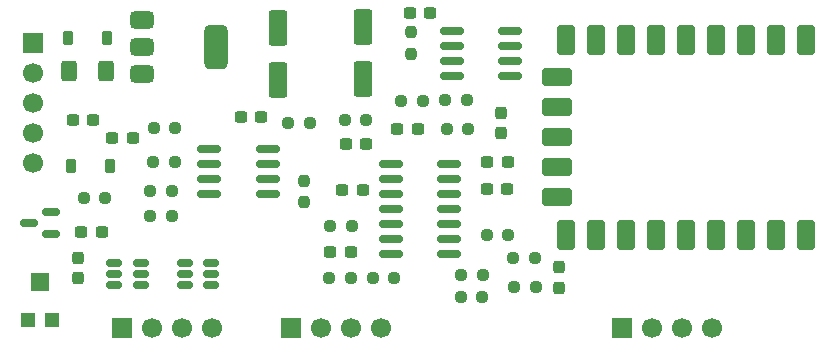
<source format=gts>
%TF.GenerationSoftware,KiCad,Pcbnew,9.0.6*%
%TF.CreationDate,2025-12-01T20:52:41-05:00*%
%TF.ProjectId,Pico 2HP,5069636f-2032-4485-902e-6b696361645f,rev?*%
%TF.SameCoordinates,Original*%
%TF.FileFunction,Soldermask,Top*%
%TF.FilePolarity,Negative*%
%FSLAX46Y46*%
G04 Gerber Fmt 4.6, Leading zero omitted, Abs format (unit mm)*
G04 Created by KiCad (PCBNEW 9.0.6) date 2025-12-01 20:52:41*
%MOMM*%
%LPD*%
G01*
G04 APERTURE LIST*
G04 Aperture macros list*
%AMRoundRect*
0 Rectangle with rounded corners*
0 $1 Rounding radius*
0 $2 $3 $4 $5 $6 $7 $8 $9 X,Y pos of 4 corners*
0 Add a 4 corners polygon primitive as box body*
4,1,4,$2,$3,$4,$5,$6,$7,$8,$9,$2,$3,0*
0 Add four circle primitives for the rounded corners*
1,1,$1+$1,$2,$3*
1,1,$1+$1,$4,$5*
1,1,$1+$1,$6,$7*
1,1,$1+$1,$8,$9*
0 Add four rect primitives between the rounded corners*
20,1,$1+$1,$2,$3,$4,$5,0*
20,1,$1+$1,$4,$5,$6,$7,0*
20,1,$1+$1,$6,$7,$8,$9,0*
20,1,$1+$1,$8,$9,$2,$3,0*%
G04 Aperture macros list end*
%ADD10RoundRect,0.150000X-0.825000X-0.150000X0.825000X-0.150000X0.825000X0.150000X-0.825000X0.150000X0*%
%ADD11RoundRect,0.237500X-0.250000X-0.237500X0.250000X-0.237500X0.250000X0.237500X-0.250000X0.237500X0*%
%ADD12R,1.700000X1.700000*%
%ADD13C,1.700000*%
%ADD14RoundRect,0.250000X-0.550000X1.250000X-0.550000X-1.250000X0.550000X-1.250000X0.550000X1.250000X0*%
%ADD15RoundRect,0.150000X0.825000X0.150000X-0.825000X0.150000X-0.825000X-0.150000X0.825000X-0.150000X0*%
%ADD16RoundRect,0.237500X0.250000X0.237500X-0.250000X0.237500X-0.250000X-0.237500X0.250000X-0.237500X0*%
%ADD17RoundRect,0.237500X-0.300000X-0.237500X0.300000X-0.237500X0.300000X0.237500X-0.300000X0.237500X0*%
%ADD18RoundRect,0.237500X0.237500X-0.300000X0.237500X0.300000X-0.237500X0.300000X-0.237500X-0.300000X0*%
%ADD19RoundRect,0.237500X0.300000X0.237500X-0.300000X0.237500X-0.300000X-0.237500X0.300000X-0.237500X0*%
%ADD20RoundRect,0.250000X-0.400000X-0.625000X0.400000X-0.625000X0.400000X0.625000X-0.400000X0.625000X0*%
%ADD21R,1.200000X1.200000*%
%ADD22R,1.600000X1.500000*%
%ADD23RoundRect,0.150000X0.587500X0.150000X-0.587500X0.150000X-0.587500X-0.150000X0.587500X-0.150000X0*%
%ADD24RoundRect,0.150000X0.512500X0.150000X-0.512500X0.150000X-0.512500X-0.150000X0.512500X-0.150000X0*%
%ADD25RoundRect,0.237500X-0.237500X0.300000X-0.237500X-0.300000X0.237500X-0.300000X0.237500X0.300000X0*%
%ADD26RoundRect,0.225000X0.225000X0.375000X-0.225000X0.375000X-0.225000X-0.375000X0.225000X-0.375000X0*%
%ADD27RoundRect,0.237500X-0.237500X0.250000X-0.237500X-0.250000X0.237500X-0.250000X0.237500X0.250000X0*%
%ADD28RoundRect,0.237500X0.237500X-0.250000X0.237500X0.250000X-0.237500X0.250000X-0.237500X-0.250000X0*%
%ADD29RoundRect,0.400000X-0.400000X0.900000X-0.400000X-0.900000X0.400000X-0.900000X0.400000X0.900000X0*%
%ADD30RoundRect,0.400050X-0.400050X0.899950X-0.400050X-0.899950X0.400050X-0.899950X0.400050X0.899950X0*%
%ADD31RoundRect,0.400000X-0.900000X0.400000X-0.900000X-0.400000X0.900000X-0.400000X0.900000X0.400000X0*%
%ADD32RoundRect,0.393700X-0.906300X0.393700X-0.906300X-0.393700X0.906300X-0.393700X0.906300X0.393700X0*%
%ADD33RoundRect,0.375000X-0.625000X-0.375000X0.625000X-0.375000X0.625000X0.375000X-0.625000X0.375000X0*%
%ADD34RoundRect,0.500000X-0.500000X-1.400000X0.500000X-1.400000X0.500000X1.400000X-0.500000X1.400000X0*%
%ADD35RoundRect,0.225000X-0.225000X-0.375000X0.225000X-0.375000X0.225000X0.375000X-0.225000X0.375000X0*%
G04 APERTURE END LIST*
D10*
%TO.C,U7*%
X92800000Y-63340000D03*
X92800000Y-64610000D03*
X92800000Y-65880000D03*
X92800000Y-67150000D03*
X97750000Y-67150000D03*
X97750000Y-65880000D03*
X97750000Y-64610000D03*
X97750000Y-63340000D03*
%TD*%
D11*
%TO.C,R2*%
X82150000Y-67500000D03*
X83975000Y-67500000D03*
%TD*%
%TO.C,R14*%
X118525000Y-72600000D03*
X120350000Y-72600000D03*
%TD*%
D12*
%TO.C,J2*%
X99750000Y-78475000D03*
D13*
X102290000Y-78475000D03*
X104830000Y-78475000D03*
X107370000Y-78475000D03*
%TD*%
D14*
%TO.C,C6*%
X105825000Y-53000000D03*
X105825000Y-57400000D03*
%TD*%
D15*
%TO.C,U6*%
X113100000Y-72195000D03*
X113100000Y-70925000D03*
X113100000Y-69655000D03*
X113100000Y-68385000D03*
X113100000Y-67115000D03*
X113100000Y-65845000D03*
X113100000Y-64575000D03*
X108150000Y-64575000D03*
X108150000Y-65845000D03*
X108150000Y-67115000D03*
X108150000Y-68385000D03*
X108150000Y-69655000D03*
X108150000Y-70925000D03*
X108150000Y-72195000D03*
%TD*%
D16*
%TO.C,R19*%
X108475000Y-74275000D03*
X106650000Y-74275000D03*
%TD*%
D17*
%TO.C,C15*%
X116300000Y-66725000D03*
X118025000Y-66725000D03*
%TD*%
D16*
%TO.C,R16*%
X118125000Y-70600000D03*
X116300000Y-70600000D03*
%TD*%
%TO.C,R21*%
X115900000Y-75900000D03*
X114075000Y-75900000D03*
%TD*%
D11*
%TO.C,R13*%
X112912500Y-61625000D03*
X114737500Y-61625000D03*
%TD*%
D18*
%TO.C,C16*%
X122400000Y-75075000D03*
X122400000Y-73350000D03*
%TD*%
D19*
%TO.C,C11*%
X118050000Y-64475000D03*
X116325000Y-64475000D03*
%TD*%
D11*
%TO.C,R18*%
X114150000Y-74050000D03*
X115975000Y-74050000D03*
%TD*%
D20*
%TO.C,R1*%
X80925000Y-56725000D03*
X84025000Y-56725000D03*
%TD*%
D11*
%TO.C,R4*%
X88100000Y-61525000D03*
X89925000Y-61525000D03*
%TD*%
D14*
%TO.C,C3*%
X98650000Y-53125000D03*
X98650000Y-57525000D03*
%TD*%
D11*
%TO.C,R15*%
X102975000Y-74300000D03*
X104800000Y-74300000D03*
%TD*%
D21*
%TO.C,RV1*%
X77475000Y-77825000D03*
D22*
X78475000Y-74575000D03*
D21*
X79475000Y-77825000D03*
%TD*%
D23*
%TO.C,U4*%
X79375000Y-70575000D03*
X79375000Y-68675000D03*
X77500000Y-69625000D03*
%TD*%
D16*
%TO.C,R10*%
X110875000Y-59275000D03*
X109050000Y-59275000D03*
%TD*%
%TO.C,R9*%
X89625000Y-69000000D03*
X87800000Y-69000000D03*
%TD*%
D18*
%TO.C,C12*%
X81700000Y-74275000D03*
X81700000Y-72550000D03*
%TD*%
D11*
%TO.C,R12*%
X112787500Y-59225000D03*
X114612500Y-59225000D03*
%TD*%
%TO.C,R20*%
X118625000Y-75050000D03*
X120450000Y-75050000D03*
%TD*%
%TO.C,R11*%
X104250000Y-60875000D03*
X106075000Y-60875000D03*
%TD*%
D24*
%TO.C,U1*%
X92975000Y-74875000D03*
X92975000Y-73925000D03*
X92975000Y-72975000D03*
X90700000Y-72975000D03*
X90700000Y-73925000D03*
X90700000Y-74875000D03*
%TD*%
D19*
%TO.C,C13*%
X97175000Y-60650000D03*
X95450000Y-60650000D03*
%TD*%
D17*
%TO.C,C2*%
X84600000Y-62375000D03*
X86325000Y-62375000D03*
%TD*%
D15*
%TO.C,U5*%
X118275000Y-57122500D03*
X118275000Y-55852500D03*
X118275000Y-54582500D03*
X118275000Y-53312500D03*
X113325000Y-53312500D03*
X113325000Y-54582500D03*
X113325000Y-55852500D03*
X113325000Y-57122500D03*
%TD*%
D19*
%TO.C,C8*%
X110450000Y-61675000D03*
X108725000Y-61675000D03*
%TD*%
D25*
%TO.C,C10*%
X117500000Y-60300000D03*
X117500000Y-62025000D03*
%TD*%
D26*
%TO.C,D2*%
X84100000Y-53925000D03*
X80800000Y-53925000D03*
%TD*%
D17*
%TO.C,C9*%
X104350000Y-62925000D03*
X106075000Y-62925000D03*
%TD*%
D12*
%TO.C,J4*%
X77875000Y-54400000D03*
D13*
X77875000Y-56940000D03*
X77875000Y-59480000D03*
X77875000Y-62020000D03*
X77875000Y-64560000D03*
%TD*%
D27*
%TO.C,R8*%
X100825000Y-66025000D03*
X100825000Y-67850000D03*
%TD*%
D28*
%TO.C,R3*%
X109850000Y-55275000D03*
X109850000Y-53450000D03*
%TD*%
D17*
%TO.C,C7*%
X109750000Y-51850000D03*
X111475000Y-51850000D03*
%TD*%
D12*
%TO.C,J1*%
X85425000Y-78475000D03*
D13*
X87965000Y-78475000D03*
X90505000Y-78475000D03*
X93045000Y-78475000D03*
%TD*%
D29*
%TO.C,RZ1*%
X143335000Y-70590000D03*
X140795000Y-70590000D03*
X138255000Y-70590000D03*
X135715000Y-70590000D03*
X133175000Y-70590000D03*
D30*
X130635000Y-70590000D03*
X128095000Y-70590000D03*
X125555000Y-70590000D03*
X123015000Y-70590000D03*
D31*
X122205000Y-67450000D03*
D32*
X122205000Y-64910000D03*
X122205000Y-62370000D03*
X122205000Y-59830000D03*
X122205000Y-57290000D03*
D30*
X123015000Y-54150000D03*
X125555000Y-54150000D03*
X128095000Y-54150000D03*
X130635000Y-54150000D03*
X133175000Y-54150000D03*
X135715000Y-54150000D03*
X138255000Y-54150000D03*
X140795000Y-54150000D03*
X143335000Y-54110000D03*
%TD*%
D24*
%TO.C,U2*%
X86975000Y-74875000D03*
X86975000Y-73925000D03*
X86975000Y-72975000D03*
X84700000Y-72975000D03*
X84700000Y-73925000D03*
X84700000Y-74875000D03*
%TD*%
D33*
%TO.C,U3*%
X87075000Y-52412500D03*
X87075000Y-54712500D03*
D34*
X93375000Y-54712500D03*
D33*
X87075000Y-57012500D03*
%TD*%
D11*
%TO.C,R5*%
X99475000Y-61125000D03*
X101300000Y-61125000D03*
%TD*%
D17*
%TO.C,C1*%
X81250000Y-60925000D03*
X82975000Y-60925000D03*
%TD*%
D16*
%TO.C,R7*%
X89600000Y-66900000D03*
X87775000Y-66900000D03*
%TD*%
D11*
%TO.C,R17*%
X103025000Y-69900000D03*
X104850000Y-69900000D03*
%TD*%
D19*
%TO.C,C14*%
X105800000Y-66775000D03*
X104075000Y-66775000D03*
%TD*%
D17*
%TO.C,C17*%
X103050000Y-72075000D03*
X104775000Y-72075000D03*
%TD*%
D12*
%TO.C,J3*%
X127700000Y-78475000D03*
D13*
X130240000Y-78475000D03*
X132780000Y-78475000D03*
X135320000Y-78475000D03*
%TD*%
D35*
%TO.C,D1*%
X81075000Y-64825000D03*
X84375000Y-64825000D03*
%TD*%
D17*
%TO.C,C4*%
X81962500Y-70400000D03*
X83687500Y-70400000D03*
%TD*%
D16*
%TO.C,R6*%
X89875000Y-64425000D03*
X88050000Y-64425000D03*
%TD*%
M02*

</source>
